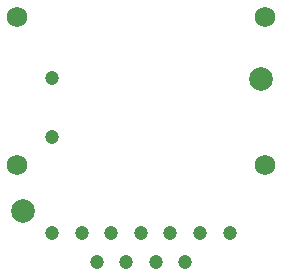
<source format=gbs>
G04*
G04 #@! TF.GenerationSoftware,Altium Limited,Altium Designer,20.0.13 (296)*
G04*
G04 Layer_Color=16711935*
%FSLAX44Y44*%
%MOMM*%
G71*
G01*
G75*
%ADD36C,2.0000*%
%ADD44C,1.7272*%
%ADD62C,1.2032*%
D36*
X101737Y-163450D02*
D03*
X-100000Y-275000D02*
D03*
D44*
X105000Y-235940D02*
D03*
X-105000D02*
D03*
X105000Y-110940D02*
D03*
X-105000D02*
D03*
D62*
X-12500Y-318750D02*
D03*
X37500D02*
D03*
X-37500D02*
D03*
X12500D02*
D03*
X75000Y-293750D02*
D03*
X-75000Y-212500D02*
D03*
Y-162500D02*
D03*
X50000Y-293750D02*
D03*
X25000D02*
D03*
X0D02*
D03*
X-25000D02*
D03*
X-50000D02*
D03*
X-75000D02*
D03*
M02*

</source>
